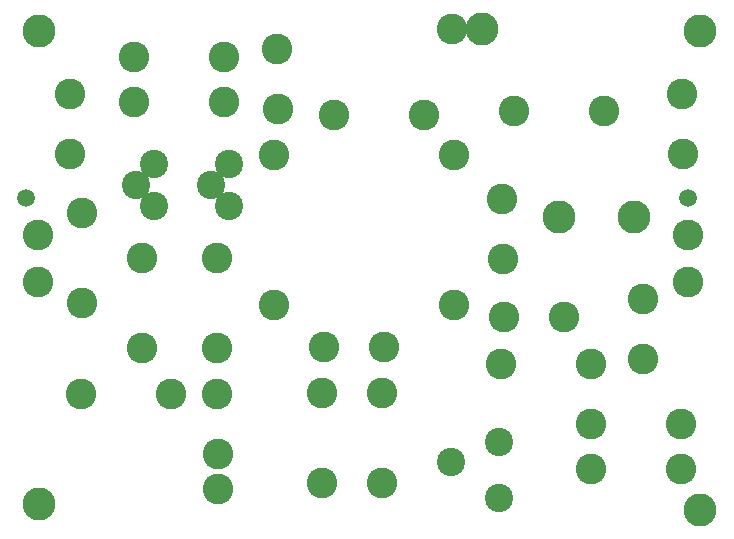
<source format=gbr>
%FSLAX34Y34*%
%MOMM*%
%LNSOLDERMASK_BOTTOM*%
G71*
G01*
%ADD10C,2.600*%
%ADD11C,2.400*%
%ADD12C,2.600*%
%ADD13C,2.800*%
%ADD14C,1.500*%
%ADD15C,2.800*%
%LPD*%
X0Y127000D02*
G54D10*
D03*
X152400Y127000D02*
G54D10*
D03*
X0Y0D02*
G54D10*
D03*
X152400Y0D02*
G54D10*
D03*
X-101600Y119000D02*
G54D11*
D03*
X-117500Y101425D02*
G54D11*
D03*
X-101565Y83809D02*
G54D11*
D03*
X-38100Y119000D02*
G54D11*
D03*
X-54000Y101425D02*
G54D11*
D03*
X-38065Y83809D02*
G54D11*
D03*
X-112371Y-36625D02*
G54D10*
D03*
X-112321Y39625D02*
G54D10*
D03*
X-48871Y-36625D02*
G54D10*
D03*
X-48821Y39625D02*
G54D10*
D03*
X190500Y-115950D02*
G54D11*
D03*
X149200Y-133525D02*
G54D11*
D03*
X190535Y-163841D02*
G54D11*
D03*
X-48219Y-75341D02*
G54D10*
D03*
X-48107Y-126322D02*
G54D10*
D03*
X-163660Y-75856D02*
G54D10*
D03*
X-87410Y-75906D02*
G54D10*
D03*
X-163171Y1475D02*
G54D10*
D03*
X-163121Y77725D02*
G54D10*
D03*
X-119210Y209894D02*
G54D10*
D03*
X-42960Y209844D02*
G54D10*
D03*
X-119210Y171794D02*
G54D10*
D03*
X-42960Y171744D02*
G54D10*
D03*
X2581Y216759D02*
G54D10*
D03*
X2693Y165778D02*
G54D10*
D03*
X50380Y160954D02*
G54D10*
D03*
X126630Y160904D02*
G54D10*
D03*
X193081Y89759D02*
G54D10*
D03*
X193193Y38778D02*
G54D10*
D03*
X92572Y-35426D02*
G54D10*
D03*
X41591Y-35539D02*
G54D10*
D03*
X268140Y-101256D02*
G54D10*
D03*
X344390Y-101306D02*
G54D10*
D03*
X90829Y-150925D02*
G54D10*
D03*
X90879Y-74675D02*
G54D10*
D03*
X40029Y-150925D02*
G54D10*
D03*
X40079Y-74675D02*
G54D10*
D03*
X191940Y-50456D02*
G54D10*
D03*
X268190Y-50506D02*
G54D10*
D03*
X268140Y-139356D02*
G54D10*
D03*
X344390Y-139406D02*
G54D10*
D03*
X244972Y-10026D02*
G54D10*
D03*
X193991Y-10139D02*
G54D10*
D03*
X345481Y178659D02*
G54D10*
D03*
X345593Y127678D02*
G54D10*
D03*
X193193Y38778D02*
G54D12*
D03*
X40029Y-150925D02*
G54D12*
D03*
X344390Y-101306D02*
G54D12*
D03*
X344390Y-101306D02*
G54D12*
D03*
X344390Y-139406D02*
G54D12*
D03*
X241300Y74550D02*
G54D13*
D03*
X304800Y74550D02*
G54D13*
D03*
X345593Y127678D02*
G54D12*
D03*
X202472Y163783D02*
G54D10*
D03*
X278722Y163733D02*
G54D10*
D03*
X278722Y163733D02*
G54D10*
D03*
X-163660Y-75856D02*
G54D12*
D03*
X-163171Y1475D02*
G54D12*
D03*
X-173319Y178159D02*
G54D10*
D03*
X-173207Y127178D02*
G54D10*
D03*
X150475Y233175D02*
G54D10*
D03*
X175975Y233175D02*
G54D13*
D03*
X-48107Y-126322D02*
G54D12*
D03*
X-48107Y-156322D02*
G54D12*
D03*
X-199971Y59075D02*
G54D10*
D03*
X-199971Y19075D02*
G54D10*
D03*
X311781Y4659D02*
G54D10*
D03*
X311893Y-46322D02*
G54D10*
D03*
X311893Y-46322D02*
G54D12*
D03*
X350029Y59075D02*
G54D10*
D03*
X350029Y19075D02*
G54D10*
D03*
X-210000Y90000D02*
G54D14*
D03*
X350000Y90000D02*
G54D14*
D03*
X-199274Y231487D02*
G54D15*
D03*
X360726Y231487D02*
G54D15*
D03*
X-199274Y-168513D02*
G54D15*
D03*
X360726Y-173513D02*
G54D15*
D03*
M02*

</source>
